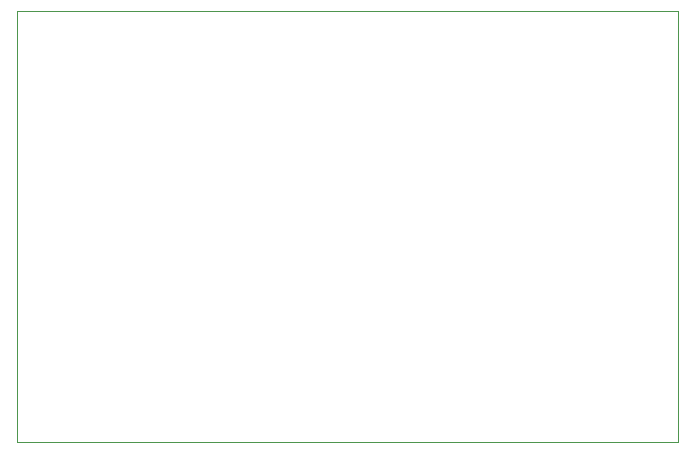
<source format=gbr>
G04 #@! TF.GenerationSoftware,KiCad,Pcbnew,9.0.0*
G04 #@! TF.CreationDate,2025-03-17T17:40:03+01:00*
G04 #@! TF.ProjectId,test,74657374-2e6b-4696-9361-645f70636258,rev?*
G04 #@! TF.SameCoordinates,Original*
G04 #@! TF.FileFunction,Profile,NP*
%FSLAX46Y46*%
G04 Gerber Fmt 4.6, Leading zero omitted, Abs format (unit mm)*
G04 Created by KiCad (PCBNEW 9.0.0) date 2025-03-17 17:40:03*
%MOMM*%
%LPD*%
G01*
G04 APERTURE LIST*
G04 #@! TA.AperFunction,Profile*
%ADD10C,0.050000*%
G04 #@! TD*
G04 APERTURE END LIST*
D10*
X118000000Y-78000000D02*
X174000000Y-78000000D01*
X174000000Y-114500000D01*
X118000000Y-114500000D01*
X118000000Y-78000000D01*
M02*

</source>
